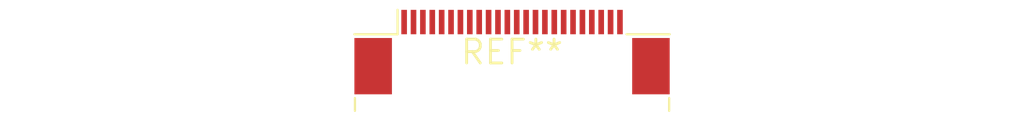
<source format=kicad_pcb>
(kicad_pcb (version 20240108) (generator pcbnew)
  (layers (0 "F.Cu" signal) (31 "B.Cu" signal) (34 "B.Paste" user) (35 "F.Paste" user) (36 "B.SilkS" user "B.Silkscreen") (37 "F.SilkS" user "F.Silkscreen") (38 "B.Mask" user) (39 "F.Mask" user) (44 "Edge.Cuts" user))
  (net 0 "")
  (footprint "Jushuo_AFC07-S24FCA-00_1x24-1MP_P0.50_Horizontal" (layer "F.Cu") (at 0 0)
    (property "Reference" "REF**")
    (property "Value" "Jushuo_AFC07-S24FCA-00_1x24-1MP_P0.50_Horizontal")
    (fp_line (start -8.37 2.45) (end -8.37 3.13) (layer "F.SilkS") (stroke (width 0.12)))
    (fp_line (start -6.1 -0.95) (end -8.4 -0.95) (layer "F.SilkS") (stroke (width 0.12)))
    (fp_line (start -6.1 -0.95) (end -6.1 -2.25) (layer "F.SilkS") (stroke (width 0.12)))
    (fp_line (start 6.1 -0.95) (end 8.4 -0.95) (layer "F.SilkS") (stroke (width 0.12)))
    (fp_line (start 8.37 2.45) (end 8.37 3.13) (layer "F.SilkS") (stroke (width 0.12)))
    (pad "1" smd rect (at -5.75 -1.6) (size 0.3 1.3) (layers "F.Cu" "F.Paste" "F.Mask"))
    (pad "2" smd rect (at -5.25 -1.6) (size 0.3 1.3) (layers "F.Cu" "F.Paste" "F.Mask"))
    (pad "3" smd rect (at -4.75 -1.6) (size 0.3 1.3) (layers "F.Cu" "F.Paste" "F.Mask"))
    (pad "4" smd rect (at -4.25 -1.6) (size 0.3 1.3) (layers "F.Cu" "F.Paste" "F.Mask"))
    (pad "5" smd rect (at -3.75 -1.6) (size 0.3 1.3) (layers "F.Cu" "F.Paste" "F.Mask"))
    (pad "6" smd rect (at -3.25 -1.6) (size 0.3 1.3) (layers "F.Cu" "F.Paste" "F.Mask"))
    (pad "7" smd rect (at -2.75 -1.6) (size 0.3 1.3) (layers "F.Cu" "F.Paste" "F.Mask"))
    (pad "8" smd rect (at -2.25 -1.6) (size 0.3 1.3) (layers "F.Cu" "F.Paste" "F.Mask"))
    (pad "9" smd rect (at -1.75 -1.6) (size 0.3 1.3) (layers "F.Cu" "F.Paste" "F.Mask"))
    (pad "10" smd rect (at -1.25 -1.6) (size 0.3 1.3) (layers "F.Cu" "F.Paste" "F.Mask"))
    (pad "11" smd rect (at -0.75 -1.6) (size 0.3 1.3) (layers "F.Cu" "F.Paste" "F.Mask"))
    (pad "12" smd rect (at -0.25 -1.6) (size 0.3 1.3) (layers "F.Cu" "F.Paste" "F.Mask"))
    (pad "13" smd rect (at 0.25 -1.6) (size 0.3 1.3) (layers "F.Cu" "F.Paste" "F.Mask"))
    (pad "14" smd rect (at 0.75 -1.6) (size 0.3 1.3) (layers "F.Cu" "F.Paste" "F.Mask"))
    (pad "15" smd rect (at 1.25 -1.6) (size 0.3 1.3) (layers "F.Cu" "F.Paste" "F.Mask"))
    (pad "16" smd rect (at 1.75 -1.6) (size 0.3 1.3) (layers "F.Cu" "F.Paste" "F.Mask"))
    (pad "17" smd rect (at 2.25 -1.6) (size 0.3 1.3) (layers "F.Cu" "F.Paste" "F.Mask"))
    (pad "18" smd rect (at 2.75 -1.6) (size 0.3 1.3) (layers "F.Cu" "F.Paste" "F.Mask"))
    (pad "19" smd rect (at 3.25 -1.6) (size 0.3 1.3) (layers "F.Cu" "F.Paste" "F.Mask"))
    (pad "20" smd rect (at 3.75 -1.6) (size 0.3 1.3) (layers "F.Cu" "F.Paste" "F.Mask"))
    (pad "21" smd rect (at 4.25 -1.6) (size 0.3 1.3) (layers "F.Cu" "F.Paste" "F.Mask"))
    (pad "22" smd rect (at 4.75 -1.6) (size 0.3 1.3) (layers "F.Cu" "F.Paste" "F.Mask"))
    (pad "23" smd rect (at 5.25 -1.6) (size 0.3 1.3) (layers "F.Cu" "F.Paste" "F.Mask"))
    (pad "24" smd rect (at 5.75 -1.6) (size 0.3 1.3) (layers "F.Cu" "F.Paste" "F.Mask"))
    (pad "MP" smd rect (at -7.4 0.75) (size 2 3) (layers "F.Cu" "F.Paste" "F.Mask"))
    (pad "MP" smd rect (at 7.4 0.75) (size 2 3) (layers "F.Cu" "F.Paste" "F.Mask"))
  )
)
</source>
